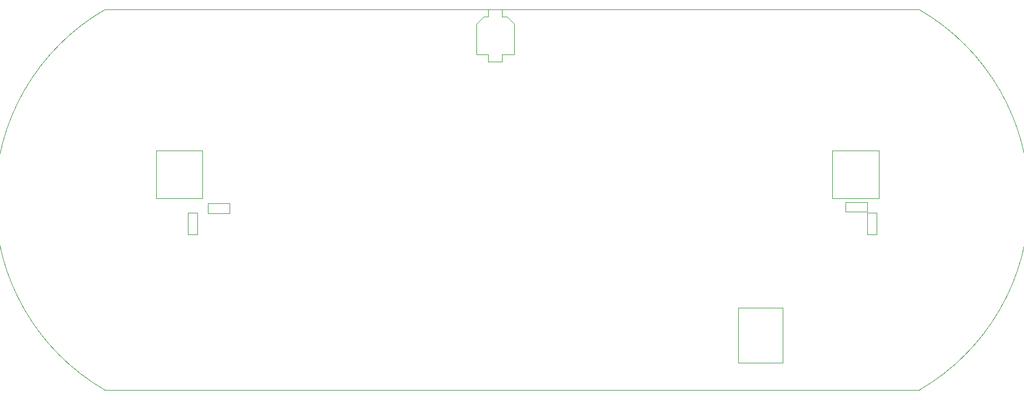
<source format=gbr>
%TF.GenerationSoftware,KiCad,Pcbnew,7.0.5-7.0.5~ubuntu20.04.1*%
%TF.CreationDate,2023-06-19T07:22:00+00:00*%
%TF.ProjectId,Controler_NRF24L01_Exclude_v3,436f6e74-726f-46c6-9572-5f4e52463234,rev?*%
%TF.SameCoordinates,Original*%
%TF.FileFunction,Other,User*%
%FSLAX45Y45*%
G04 Gerber Fmt 4.5, Leading zero omitted, Abs format (unit mm)*
G04 Created by KiCad (PCBNEW 7.0.5-7.0.5~ubuntu20.04.1) date 2023-06-19 07:22:00*
%MOMM*%
%LPD*%
G01*
G04 APERTURE LIST*
%TA.AperFunction,Profile*%
%ADD10C,0.050000*%
%TD*%
%TA.AperFunction,Profile*%
%ADD11C,0.100000*%
%TD*%
%ADD12C,0.050000*%
G04 APERTURE END LIST*
D10*
X20569000Y-12290000D02*
G75*
G03*
X20569000Y-6490000I-1674316J2900000D01*
G01*
D11*
X8169000Y-6490000D02*
X20569000Y-6490000D01*
X8169000Y-12290000D02*
X20569000Y-12290000D01*
D10*
X8169000Y-6490000D02*
G75*
G03*
X8169000Y-12290000I1674316J-2900000D01*
G01*
D12*
X8945000Y-9365000D02*
X8945000Y-8635000D01*
X9655000Y-9365000D02*
X8945000Y-9365000D01*
X9655000Y-9365000D02*
X9655000Y-8635000D01*
X9655000Y-8635000D02*
X8945000Y-8635000D01*
X10065000Y-9593000D02*
X10065000Y-9447000D01*
X10065000Y-9447000D02*
X9735000Y-9447000D01*
X9735000Y-9593000D02*
X10065000Y-9593000D01*
X9735000Y-9447000D02*
X9735000Y-9593000D01*
X19777000Y-9915000D02*
X19923000Y-9915000D01*
X19923000Y-9915000D02*
X19923000Y-9585000D01*
X19777000Y-9585000D02*
X19777000Y-9915000D01*
X19923000Y-9585000D02*
X19777000Y-9585000D01*
X18486500Y-11035000D02*
X18486500Y-11875000D01*
X17811500Y-11035000D02*
X18486500Y-11035000D01*
X18486500Y-11875000D02*
X17811500Y-11875000D01*
X17811500Y-11875000D02*
X17811500Y-11035000D01*
X19245000Y-9365000D02*
X19245000Y-8635000D01*
X19955000Y-9365000D02*
X19245000Y-9365000D01*
X19955000Y-9365000D02*
X19955000Y-8635000D01*
X19955000Y-8635000D02*
X19245000Y-8635000D01*
X9427000Y-9915000D02*
X9573000Y-9915000D01*
X9573000Y-9915000D02*
X9573000Y-9585000D01*
X9427000Y-9585000D02*
X9427000Y-9915000D01*
X9573000Y-9585000D02*
X9427000Y-9585000D01*
X14217000Y-6492000D02*
X14217000Y-6597000D01*
X14007000Y-6492000D02*
X14217000Y-6492000D01*
X14287000Y-6597000D02*
X14402000Y-6712000D01*
X14217000Y-6597000D02*
X14287000Y-6597000D01*
X14007000Y-6597000D02*
X14007000Y-6492000D01*
X13937000Y-6597000D02*
X14007000Y-6597000D01*
X13937000Y-6597000D02*
X13822000Y-6712000D01*
X14402000Y-6712000D02*
X14402000Y-7177000D01*
X13822000Y-6712000D02*
X13822000Y-7177000D01*
X14217000Y-7177000D02*
X14402000Y-7177000D01*
X14007000Y-7177000D02*
X14007000Y-7282000D01*
X13822000Y-7177000D02*
X14007000Y-7177000D01*
X14217000Y-7282000D02*
X14217000Y-7177000D01*
X14007000Y-7282000D02*
X14217000Y-7282000D01*
X19445000Y-9427000D02*
X19445000Y-9573000D01*
X19445000Y-9573000D02*
X19775000Y-9573000D01*
X19775000Y-9427000D02*
X19445000Y-9427000D01*
X19775000Y-9573000D02*
X19775000Y-9427000D01*
M02*

</source>
